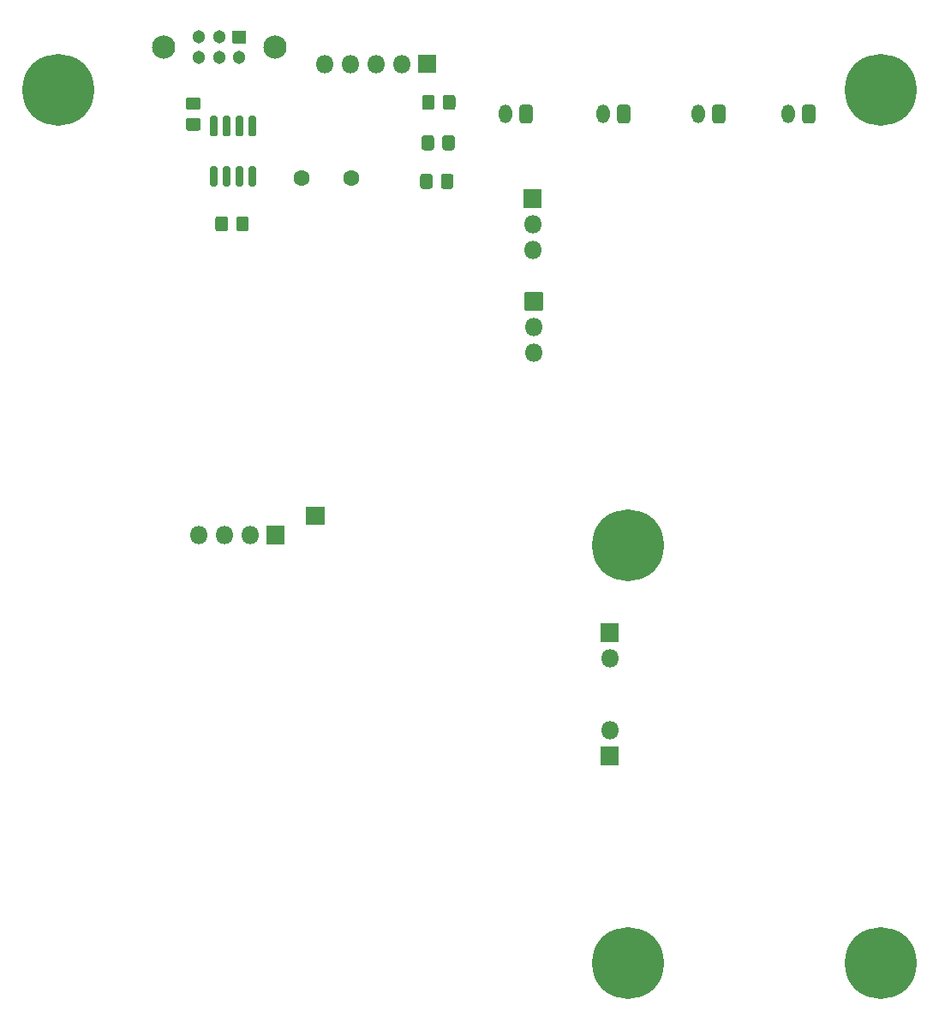
<source format=gbr>
%TF.GenerationSoftware,KiCad,Pcbnew,(5.1.9)-1*%
%TF.CreationDate,2021-07-10T09:55:13-04:00*%
%TF.ProjectId,detector_circuit,64657465-6374-46f7-925f-636972637569,rev?*%
%TF.SameCoordinates,Original*%
%TF.FileFunction,Soldermask,Bot*%
%TF.FilePolarity,Negative*%
%FSLAX46Y46*%
G04 Gerber Fmt 4.6, Leading zero omitted, Abs format (unit mm)*
G04 Created by KiCad (PCBNEW (5.1.9)-1) date 2021-07-10 09:55:13*
%MOMM*%
%LPD*%
G01*
G04 APERTURE LIST*
%ADD10C,7.101600*%
%ADD11O,1.801600X1.801600*%
%ADD12C,2.301600*%
%ADD13C,1.301600*%
%ADD14C,1.601600*%
%ADD15O,1.301600X1.851600*%
G04 APERTURE END LIST*
D10*
%TO.C,REF\u002A\u002A*%
X146431000Y-140970000D03*
%TD*%
D11*
%TO.C,J11*%
X104013000Y-98679000D03*
X106553000Y-98679000D03*
X109093000Y-98679000D03*
G36*
G01*
X110783000Y-97778200D02*
X112483000Y-97778200D01*
G75*
G02*
X112533800Y-97829000I0J-50800D01*
G01*
X112533800Y-99529000D01*
G75*
G02*
X112483000Y-99579800I-50800J0D01*
G01*
X110783000Y-99579800D01*
G75*
G02*
X110732200Y-99529000I0J50800D01*
G01*
X110732200Y-97829000D01*
G75*
G02*
X110783000Y-97778200I50800J0D01*
G01*
G37*
%TD*%
%TO.C,J2*%
X144653000Y-110871000D03*
G36*
G01*
X143752200Y-109181000D02*
X143752200Y-107481000D01*
G75*
G02*
X143803000Y-107430200I50800J0D01*
G01*
X145503000Y-107430200D01*
G75*
G02*
X145553800Y-107481000I0J-50800D01*
G01*
X145553800Y-109181000D01*
G75*
G02*
X145503000Y-109231800I-50800J0D01*
G01*
X143803000Y-109231800D01*
G75*
G02*
X143752200Y-109181000I0J50800D01*
G01*
G37*
%TD*%
D10*
%TO.C,REF\u002A\u002A*%
X90170000Y-54610000D03*
%TD*%
%TO.C,REF\u002A\u002A*%
X171450000Y-54610000D03*
%TD*%
%TO.C,REF\u002A\u002A*%
X171450000Y-140970000D03*
%TD*%
%TO.C,REF\u002A\u002A*%
X146431000Y-99695000D03*
%TD*%
%TO.C,C13*%
G36*
G01*
X107739600Y-68372915D02*
X107739600Y-67415485D01*
G75*
G02*
X108011685Y-67143400I272085J0D01*
G01*
X108719115Y-67143400D01*
G75*
G02*
X108991200Y-67415485I0J-272085D01*
G01*
X108991200Y-68372915D01*
G75*
G02*
X108719115Y-68645000I-272085J0D01*
G01*
X108011685Y-68645000D01*
G75*
G02*
X107739600Y-68372915I0J272085D01*
G01*
G37*
G36*
G01*
X105689600Y-68372915D02*
X105689600Y-67415485D01*
G75*
G02*
X105961685Y-67143400I272085J0D01*
G01*
X106669115Y-67143400D01*
G75*
G02*
X106941200Y-67415485I0J-272085D01*
G01*
X106941200Y-68372915D01*
G75*
G02*
X106669115Y-68645000I-272085J0D01*
G01*
X105961685Y-68645000D01*
G75*
G02*
X105689600Y-68372915I0J272085D01*
G01*
G37*
%TD*%
%TO.C,U10*%
G36*
G01*
X109522400Y-59256800D02*
X109171600Y-59256800D01*
G75*
G02*
X108996200Y-59081400I0J175400D01*
G01*
X108996200Y-57380600D01*
G75*
G02*
X109171600Y-57205200I175400J0D01*
G01*
X109522400Y-57205200D01*
G75*
G02*
X109697800Y-57380600I0J-175400D01*
G01*
X109697800Y-59081400D01*
G75*
G02*
X109522400Y-59256800I-175400J0D01*
G01*
G37*
G36*
G01*
X108252400Y-59256800D02*
X107901600Y-59256800D01*
G75*
G02*
X107726200Y-59081400I0J175400D01*
G01*
X107726200Y-57380600D01*
G75*
G02*
X107901600Y-57205200I175400J0D01*
G01*
X108252400Y-57205200D01*
G75*
G02*
X108427800Y-57380600I0J-175400D01*
G01*
X108427800Y-59081400D01*
G75*
G02*
X108252400Y-59256800I-175400J0D01*
G01*
G37*
G36*
G01*
X106982400Y-59256800D02*
X106631600Y-59256800D01*
G75*
G02*
X106456200Y-59081400I0J175400D01*
G01*
X106456200Y-57380600D01*
G75*
G02*
X106631600Y-57205200I175400J0D01*
G01*
X106982400Y-57205200D01*
G75*
G02*
X107157800Y-57380600I0J-175400D01*
G01*
X107157800Y-59081400D01*
G75*
G02*
X106982400Y-59256800I-175400J0D01*
G01*
G37*
G36*
G01*
X105712400Y-59256800D02*
X105361600Y-59256800D01*
G75*
G02*
X105186200Y-59081400I0J175400D01*
G01*
X105186200Y-57380600D01*
G75*
G02*
X105361600Y-57205200I175400J0D01*
G01*
X105712400Y-57205200D01*
G75*
G02*
X105887800Y-57380600I0J-175400D01*
G01*
X105887800Y-59081400D01*
G75*
G02*
X105712400Y-59256800I-175400J0D01*
G01*
G37*
G36*
G01*
X105712400Y-64206800D02*
X105361600Y-64206800D01*
G75*
G02*
X105186200Y-64031400I0J175400D01*
G01*
X105186200Y-62330600D01*
G75*
G02*
X105361600Y-62155200I175400J0D01*
G01*
X105712400Y-62155200D01*
G75*
G02*
X105887800Y-62330600I0J-175400D01*
G01*
X105887800Y-64031400D01*
G75*
G02*
X105712400Y-64206800I-175400J0D01*
G01*
G37*
G36*
G01*
X106982400Y-64206800D02*
X106631600Y-64206800D01*
G75*
G02*
X106456200Y-64031400I0J175400D01*
G01*
X106456200Y-62330600D01*
G75*
G02*
X106631600Y-62155200I175400J0D01*
G01*
X106982400Y-62155200D01*
G75*
G02*
X107157800Y-62330600I0J-175400D01*
G01*
X107157800Y-64031400D01*
G75*
G02*
X106982400Y-64206800I-175400J0D01*
G01*
G37*
G36*
G01*
X108252400Y-64206800D02*
X107901600Y-64206800D01*
G75*
G02*
X107726200Y-64031400I0J175400D01*
G01*
X107726200Y-62330600D01*
G75*
G02*
X107901600Y-62155200I175400J0D01*
G01*
X108252400Y-62155200D01*
G75*
G02*
X108427800Y-62330600I0J-175400D01*
G01*
X108427800Y-64031400D01*
G75*
G02*
X108252400Y-64206800I-175400J0D01*
G01*
G37*
G36*
G01*
X109522400Y-64206800D02*
X109171600Y-64206800D01*
G75*
G02*
X108996200Y-64031400I0J175400D01*
G01*
X108996200Y-62330600D01*
G75*
G02*
X109171600Y-62155200I175400J0D01*
G01*
X109522400Y-62155200D01*
G75*
G02*
X109697800Y-62330600I0J-175400D01*
G01*
X109697800Y-64031400D01*
G75*
G02*
X109522400Y-64206800I-175400J0D01*
G01*
G37*
%TD*%
D12*
%TO.C,J10*%
X111545000Y-50419000D03*
X100545000Y-50419000D03*
D13*
X108045000Y-51419000D03*
X106045000Y-51419000D03*
X104045000Y-51419000D03*
X104045000Y-49419000D03*
G36*
G01*
X108695800Y-48819000D02*
X108695800Y-50019000D01*
G75*
G02*
X108645000Y-50069800I-50800J0D01*
G01*
X107445000Y-50069800D01*
G75*
G02*
X107394200Y-50019000I0J50800D01*
G01*
X107394200Y-48819000D01*
G75*
G02*
X107445000Y-48768200I50800J0D01*
G01*
X108645000Y-48768200D01*
G75*
G02*
X108695800Y-48819000I0J-50800D01*
G01*
G37*
X106045000Y-49419000D03*
%TD*%
D14*
%TO.C,Y1*%
X114246000Y-63373000D03*
X119126000Y-63373000D03*
%TD*%
%TO.C,J1*%
G36*
G01*
X125769000Y-51169200D02*
X127469000Y-51169200D01*
G75*
G02*
X127519800Y-51220000I0J-50800D01*
G01*
X127519800Y-52920000D01*
G75*
G02*
X127469000Y-52970800I-50800J0D01*
G01*
X125769000Y-52970800D01*
G75*
G02*
X125718200Y-52920000I0J50800D01*
G01*
X125718200Y-51220000D01*
G75*
G02*
X125769000Y-51169200I50800J0D01*
G01*
G37*
D11*
X124079000Y-52070000D03*
X121539000Y-52070000D03*
X118999000Y-52070000D03*
X116459000Y-52070000D03*
%TD*%
D15*
%TO.C,J6*%
X162338000Y-57023000D03*
G36*
G01*
X164988800Y-56368365D02*
X164988800Y-57677635D01*
G75*
G02*
X164717635Y-57948800I-271165J0D01*
G01*
X163958365Y-57948800D01*
G75*
G02*
X163687200Y-57677635I0J271165D01*
G01*
X163687200Y-56368365D01*
G75*
G02*
X163958365Y-56097200I271165J0D01*
G01*
X164717635Y-56097200D01*
G75*
G02*
X164988800Y-56368365I0J-271165D01*
G01*
G37*
%TD*%
%TO.C,J5*%
X153448000Y-57023000D03*
G36*
G01*
X156098800Y-56368365D02*
X156098800Y-57677635D01*
G75*
G02*
X155827635Y-57948800I-271165J0D01*
G01*
X155068365Y-57948800D01*
G75*
G02*
X154797200Y-57677635I0J271165D01*
G01*
X154797200Y-56368365D01*
G75*
G02*
X155068365Y-56097200I271165J0D01*
G01*
X155827635Y-56097200D01*
G75*
G02*
X156098800Y-56368365I0J-271165D01*
G01*
G37*
%TD*%
%TO.C,J4*%
X144050000Y-57023000D03*
G36*
G01*
X146700800Y-56368365D02*
X146700800Y-57677635D01*
G75*
G02*
X146429635Y-57948800I-271165J0D01*
G01*
X145670365Y-57948800D01*
G75*
G02*
X145399200Y-57677635I0J271165D01*
G01*
X145399200Y-56368365D01*
G75*
G02*
X145670365Y-56097200I271165J0D01*
G01*
X146429635Y-56097200D01*
G75*
G02*
X146700800Y-56368365I0J-271165D01*
G01*
G37*
%TD*%
%TO.C,J3*%
X134398000Y-57023000D03*
G36*
G01*
X137048800Y-56368365D02*
X137048800Y-57677635D01*
G75*
G02*
X136777635Y-57948800I-271165J0D01*
G01*
X136018365Y-57948800D01*
G75*
G02*
X135747200Y-57677635I0J271165D01*
G01*
X135747200Y-56368365D01*
G75*
G02*
X136018365Y-56097200I271165J0D01*
G01*
X136777635Y-56097200D01*
G75*
G02*
X137048800Y-56368365I0J-271165D01*
G01*
G37*
%TD*%
D11*
%TO.C,J9*%
X144653000Y-117983000D03*
G36*
G01*
X145553800Y-119673000D02*
X145553800Y-121373000D01*
G75*
G02*
X145503000Y-121423800I-50800J0D01*
G01*
X143803000Y-121423800D01*
G75*
G02*
X143752200Y-121373000I0J50800D01*
G01*
X143752200Y-119673000D01*
G75*
G02*
X143803000Y-119622200I50800J0D01*
G01*
X145503000Y-119622200D01*
G75*
G02*
X145553800Y-119673000I0J-50800D01*
G01*
G37*
%TD*%
%TO.C,JP2*%
X137033000Y-70485000D03*
X137033000Y-67945000D03*
G36*
G01*
X136132200Y-66255000D02*
X136132200Y-64555000D01*
G75*
G02*
X136183000Y-64504200I50800J0D01*
G01*
X137883000Y-64504200D01*
G75*
G02*
X137933800Y-64555000I0J-50800D01*
G01*
X137933800Y-66255000D01*
G75*
G02*
X137883000Y-66305800I-50800J0D01*
G01*
X136183000Y-66305800D01*
G75*
G02*
X136132200Y-66255000I0J50800D01*
G01*
G37*
%TD*%
%TO.C,J7*%
X137160000Y-80645000D03*
X137160000Y-78105000D03*
G36*
G01*
X136259200Y-76415000D02*
X136259200Y-74715000D01*
G75*
G02*
X136310000Y-74664200I50800J0D01*
G01*
X138010000Y-74664200D01*
G75*
G02*
X138060800Y-74715000I0J-50800D01*
G01*
X138060800Y-76415000D01*
G75*
G02*
X138010000Y-76465800I-50800J0D01*
G01*
X136310000Y-76465800D01*
G75*
G02*
X136259200Y-76415000I0J50800D01*
G01*
G37*
%TD*%
%TO.C,TP17*%
G36*
G01*
X116420000Y-97674800D02*
X114720000Y-97674800D01*
G75*
G02*
X114669200Y-97624000I0J50800D01*
G01*
X114669200Y-95924000D01*
G75*
G02*
X114720000Y-95873200I50800J0D01*
G01*
X116420000Y-95873200D01*
G75*
G02*
X116470800Y-95924000I0J-50800D01*
G01*
X116470800Y-97624000D01*
G75*
G02*
X116420000Y-97674800I-50800J0D01*
G01*
G37*
%TD*%
%TO.C,R10*%
G36*
G01*
X127970700Y-64169215D02*
X127970700Y-63211785D01*
G75*
G02*
X128242785Y-62939700I272085J0D01*
G01*
X128950215Y-62939700D01*
G75*
G02*
X129222300Y-63211785I0J-272085D01*
G01*
X129222300Y-64169215D01*
G75*
G02*
X128950215Y-64441300I-272085J0D01*
G01*
X128242785Y-64441300D01*
G75*
G02*
X127970700Y-64169215I0J272085D01*
G01*
G37*
G36*
G01*
X125920700Y-64169215D02*
X125920700Y-63211785D01*
G75*
G02*
X126192785Y-62939700I272085J0D01*
G01*
X126900215Y-62939700D01*
G75*
G02*
X127172300Y-63211785I0J-272085D01*
G01*
X127172300Y-64169215D01*
G75*
G02*
X126900215Y-64441300I-272085J0D01*
G01*
X126192785Y-64441300D01*
G75*
G02*
X125920700Y-64169215I0J272085D01*
G01*
G37*
%TD*%
%TO.C,R6*%
G36*
G01*
X128161200Y-56358715D02*
X128161200Y-55401285D01*
G75*
G02*
X128433285Y-55129200I272085J0D01*
G01*
X129140715Y-55129200D01*
G75*
G02*
X129412800Y-55401285I0J-272085D01*
G01*
X129412800Y-56358715D01*
G75*
G02*
X129140715Y-56630800I-272085J0D01*
G01*
X128433285Y-56630800D01*
G75*
G02*
X128161200Y-56358715I0J272085D01*
G01*
G37*
G36*
G01*
X126111200Y-56358715D02*
X126111200Y-55401285D01*
G75*
G02*
X126383285Y-55129200I272085J0D01*
G01*
X127090715Y-55129200D01*
G75*
G02*
X127362800Y-55401285I0J-272085D01*
G01*
X127362800Y-56358715D01*
G75*
G02*
X127090715Y-56630800I-272085J0D01*
G01*
X126383285Y-56630800D01*
G75*
G02*
X126111200Y-56358715I0J272085D01*
G01*
G37*
%TD*%
%TO.C,C14*%
G36*
G01*
X103983715Y-56632800D02*
X103026285Y-56632800D01*
G75*
G02*
X102754200Y-56360715I0J272085D01*
G01*
X102754200Y-55653285D01*
G75*
G02*
X103026285Y-55381200I272085J0D01*
G01*
X103983715Y-55381200D01*
G75*
G02*
X104255800Y-55653285I0J-272085D01*
G01*
X104255800Y-56360715D01*
G75*
G02*
X103983715Y-56632800I-272085J0D01*
G01*
G37*
G36*
G01*
X103983715Y-58682800D02*
X103026285Y-58682800D01*
G75*
G02*
X102754200Y-58410715I0J272085D01*
G01*
X102754200Y-57703285D01*
G75*
G02*
X103026285Y-57431200I272085J0D01*
G01*
X103983715Y-57431200D01*
G75*
G02*
X104255800Y-57703285I0J-272085D01*
G01*
X104255800Y-58410715D01*
G75*
G02*
X103983715Y-58682800I-272085J0D01*
G01*
G37*
%TD*%
%TO.C,C3*%
G36*
G01*
X127308300Y-59401785D02*
X127308300Y-60359215D01*
G75*
G02*
X127036215Y-60631300I-272085J0D01*
G01*
X126328785Y-60631300D01*
G75*
G02*
X126056700Y-60359215I0J272085D01*
G01*
X126056700Y-59401785D01*
G75*
G02*
X126328785Y-59129700I272085J0D01*
G01*
X127036215Y-59129700D01*
G75*
G02*
X127308300Y-59401785I0J-272085D01*
G01*
G37*
G36*
G01*
X129358300Y-59401785D02*
X129358300Y-60359215D01*
G75*
G02*
X129086215Y-60631300I-272085J0D01*
G01*
X128378785Y-60631300D01*
G75*
G02*
X128106700Y-60359215I0J272085D01*
G01*
X128106700Y-59401785D01*
G75*
G02*
X128378785Y-59129700I272085J0D01*
G01*
X129086215Y-59129700D01*
G75*
G02*
X129358300Y-59401785I0J-272085D01*
G01*
G37*
%TD*%
M02*

</source>
